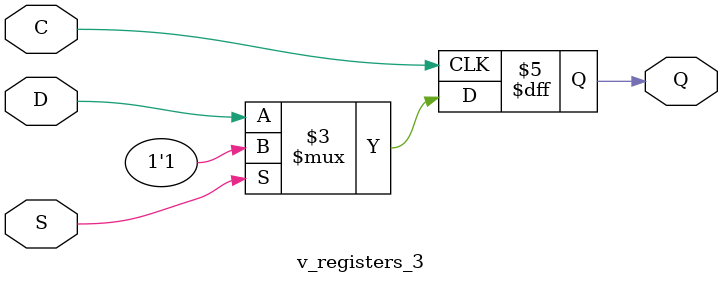
<source format=v>
module v_registers_3 (C, D, S, Q);
    input  C, D, S;
    output Q;
    reg    Q;

    always @(posedge C)
    begin
        if (S)
            Q <= 1'b1;
        else
            Q <= D;
        end

endmodule

</source>
